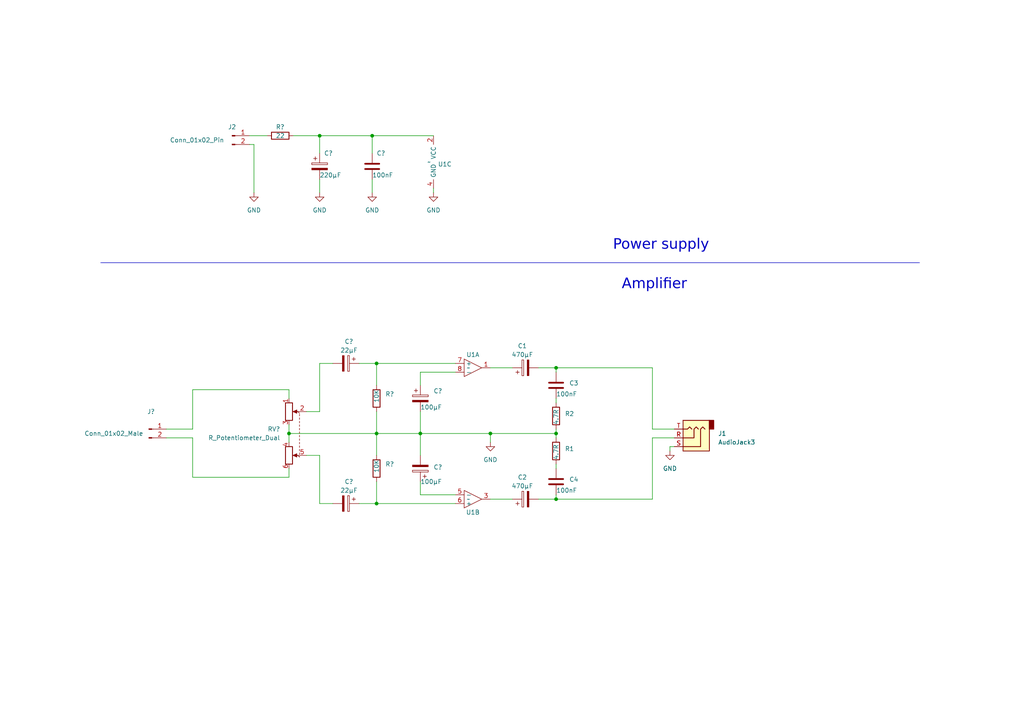
<source format=kicad_sch>
(kicad_sch (version 20230121) (generator eeschema)
  (paper "A4")
  (title_block (title "Headphone amplifier 400mW") (date "2023-03-06") (rev "A"))
  (lib_symbols
    (symbol "Connector:Conn_01x02_Male" (pin_names (offset 1.016) hide)
      (property "Reference" "J" (at 0 2.54 0))
      (property "Value" "Conn_01x02_Male" (at 0 -5.08 0))
      (symbol "Conn_01x02_Male_1_1"
        (polyline (pts (xy 1.27 -2.54) (xy 0.8636 -2.54)) (stroke (width 0.1524)))
        (polyline (pts (xy 1.27 0) (xy 0.8636 0)) (stroke (width 0.1524)))
        (rectangle (start 0.8636 -2.413) (end 0 -2.667) (stroke (width 0.1524)) (fill (type outline)))
        (rectangle (start 0.8636 0.127) (end 0 -0.127) (stroke (width 0.1524)) (fill (type outline)))
        (pin passive line (at 5.08 0 180) (length 3.81) (name "Pin_1") (number "1"))
        (pin passive line (at 5.08 -2.54 180) (length 3.81) (name "Pin_2") (number "2"))
      )
    )
    (symbol "Connector:Conn_01x02_Pin" (pin_names (offset 1.016) hide)
      (property "Reference" "J" (at 0 2.54 0))
      (property "Value" "Conn_01x02_Pin" (at 0 -5.08 0))
      (symbol "Conn_01x02_Pin_1_1"
        (polyline (pts (xy 1.27 -2.54) (xy 0.8636 -2.54)) (stroke (width 0.1524)))
        (polyline (pts (xy 1.27 0) (xy 0.8636 0)) (stroke (width 0.1524)))
        (rectangle (start 0.8636 -2.413) (end 0 -2.667) (stroke (width 0.1524)) (fill (type outline)))
        (rectangle (start 0.8636 0.127) (end 0 -0.127) (stroke (width 0.1524)) (fill (type outline)))
        (pin passive line (at 5.08 0 180) (length 3.81) (name "Pin_1") (number "1"))
        (pin passive line (at 5.08 -2.54 180) (length 3.81) (name "Pin_2") (number "2"))
      )
    )
    (symbol "Connector_Audio:AudioJack3"
      (property "Reference" "J" (at 0 8.89 0))
      (property "Value" "AudioJack3" (at 0 6.35 0))
      (symbol "AudioJack3_0_1"
        (rectangle (start -5.08 -5.08) (end -6.35 -2.54) (stroke (width 0.254)) (fill (type outline)))
        (polyline (pts (xy 0 -2.54) (xy 0.635 -3.175) (xy 1.27 -2.54) (xy 2.54 -2.54)) (stroke (width 0.254)))
        (polyline (pts (xy -1.905 -2.54) (xy -1.27 -3.175) (xy -0.635 -2.54) (xy -0.635 0) (xy 2.54 0)) (stroke (width 0.254)))
        (polyline (pts (xy 2.54 2.54) (xy -2.54 2.54) (xy -2.54 -2.54) (xy -3.175 -3.175) (xy -3.81 -2.54)) (stroke (width 0.254)))
        (rectangle (start 2.54 3.81) (end -5.08 -5.08) (stroke (width 0.254)) (fill (type background)))
      )
      (symbol "AudioJack3_1_1"
        (pin passive line (at 5.08 0 180) (length 2.54) (name "~") (number "R"))
        (pin passive line (at 5.08 2.54 180) (length 2.54) (name "~") (number "S"))
        (pin passive line (at 5.08 -2.54 180) (length 2.54) (name "~") (number "T"))
      )
    )
    (symbol "Device:C" (pin_numbers hide) (pin_names (offset 0.254))
      (property "Reference" "C" (at 0.635 2.54 0))
      (property "Value" "C" (at 0.635 -2.54 0))
      (symbol "C_0_1"
        (polyline (pts (xy -2.032 -0.762) (xy 2.032 -0.762)) (stroke (width 0.508)))
        (polyline (pts (xy -2.032 0.762) (xy 2.032 0.762)) (stroke (width 0.508)))
      )
      (symbol "C_1_1"
        (pin passive line (at 0 3.81 270) (length 2.794) (name "~") (number "1"))
        (pin passive line (at 0 -3.81 90) (length 2.794) (name "~") (number "2"))
      )
    )
    (symbol "Device:C_Polarized" (pin_numbers hide) (pin_names (offset 0.254))
      (property "Reference" "C" (at 0.635 2.54 0))
      (property "Value" "C_Polarized" (at 0.635 -2.54 0))
      (symbol "C_Polarized_0_1"
        (rectangle (start -2.286 0.508) (end 2.286 1.016))
        (polyline (pts (xy -1.778 2.286) (xy -0.762 2.286)))
        (polyline (pts (xy -1.27 2.794) (xy -1.27 1.778)))
        (rectangle (start 2.286 -0.508) (end -2.286 -1.016) (fill (type outline)))
      )
      (symbol "C_Polarized_1_1"
        (pin passive line (at 0 3.81 270) (length 2.794) (name "~") (number "1"))
        (pin passive line (at 0 -3.81 90) (length 2.794) (name "~") (number "2"))
      )
    )
    (symbol "Device:R" (pin_numbers hide) (pin_names (offset 0))
      (property "Reference" "R" (at 2.032 0 90))
      (property "Value" "R" (at 0 0 90))
      (symbol "R_0_1"
        (rectangle (start -1.016 -2.54) (end 1.016 2.54) (stroke (width 0.254)))
      )
      (symbol "R_1_1"
        (pin passive line (at 0 3.81 270) (length 1.27) (name "~") (number "1"))
        (pin passive line (at 0 -3.81 90) (length 1.27) (name "~") (number "2"))
      )
    )
    (symbol "Device:R_Potentiometer_Dual" (pin_names (offset 1.016) hide)
      (property "Reference" "RV" (at 0 3.81 0))
      (property "Value" "R_Potentiometer_Dual" (at 0 1.905 0))
      (symbol "R_Potentiometer_Dual_0_1"
        (rectangle (start -8.89 -1.524) (end -3.81 -3.556) (stroke (width 0.254)))
        (polyline (pts (xy -6.35 0) (xy -6.35 -1.016)))
        (polyline (pts (xy -6.35 0) (xy -6.35 -1.016)))
        (polyline (pts (xy -6.35 0) (xy -5.842 0.508)))
        (polyline (pts (xy -5.588 0.508) (xy -5.08 0.508)))
        (polyline (pts (xy -4.572 0.508) (xy -4.064 0.508)))
        (polyline (pts (xy -3.556 0.508) (xy -3.048 0.508)))
        (polyline (pts (xy -2.54 0.508) (xy -2.032 0.508)))
        (polyline (pts (xy -1.524 0.508) (xy -1.016 0.508)))
        (polyline (pts (xy -0.508 0.508) (xy 0 0.508)))
        (polyline (pts (xy 0.508 0.508) (xy 1.016 0.508)))
        (polyline (pts (xy 1.524 0.508) (xy 2.032 0.508)))
        (polyline (pts (xy 2.54 0.508) (xy 3.048 0.508)))
        (polyline (pts (xy 3.556 0.508) (xy 4.064 0.508)))
        (polyline (pts (xy 4.572 0.508) (xy 5.08 0.508)))
        (polyline (pts (xy 5.588 0.508) (xy 6.096 0.508)))
        (polyline (pts (xy 6.35 0) (xy 6.35 -1.016)))
        (polyline (pts (xy 6.35 0) (xy 6.35 -1.016)))
        (polyline (pts (xy 6.604 0.508) (xy 6.858 0.508) (xy 6.35 0)))
        (polyline (pts (xy -6.35 -1.397) (xy -6.858 -0.254) (xy -5.842 -0.254) (xy -6.35 -1.397)) (fill (type outline)))
        (polyline (pts (xy 6.35 -1.397) (xy 5.842 -0.254) (xy 6.858 -0.254) (xy 6.35 -1.397)) (fill (type outline)))
        (rectangle (start 3.81 -1.524) (end 8.89 -3.556) (stroke (width 0.254)))
      )
      (symbol "R_Potentiometer_Dual_1_1"
        (pin passive line (at -10.16 -2.54 0) (length 1.27) (name "1") (number "1"))
        (pin passive line (at -6.35 2.54 270) (length 2.54) (name "2") (number "2"))
        (pin passive line (at -2.54 -2.54 180) (length 1.27) (name "3") (number "3"))
        (pin passive line (at 2.54 -2.54 0) (length 1.27) (name "4") (number "4"))
        (pin passive line (at 6.35 2.54 270) (length 2.54) (name "5") (number "5"))
        (pin passive line (at 10.16 -2.54 180) (length 1.27) (name "6") (number "6"))
      )
    )
    (symbol "GND_1" (power) (pin_names (offset 0))
      (property "Value" "GND_1" (at 0 -3.81 0))
      (symbol "GND_1_0_1"
        (polyline (pts (xy 0 0) (xy 0 -1.27) (xy 1.27 -1.27) (xy 0 -2.54) (xy -1.27 -1.27) (xy 0 -1.27)))
      )
      (symbol "GND_1_1_1"
        (pin power_in line (at 0 0 270) (length 0) hide (name "GND") (number "1"))
      )
    )
    (symbol "GND_2" (power) (pin_names (offset 0))
      (property "Value" "GND_2" (at 0 -3.81 0))
      (symbol "GND_2_0_1"
        (polyline (pts (xy 0 0) (xy 0 -1.27) (xy 1.27 -1.27) (xy 0 -2.54) (xy -1.27 -1.27) (xy 0 -1.27)))
      )
      (symbol "GND_2_1_1"
        (pin power_in line (at 0 0 270) (length 0) hide (name "GND") (number "1"))
      )
    )
    (symbol "GND_3" (power) (pin_names (offset 0))
      (property "Value" "GND_3" (at 0 -3.81 0))
      (symbol "GND_3_0_1"
        (polyline (pts (xy 0 0) (xy 0 -1.27) (xy 1.27 -1.27) (xy 0 -2.54) (xy -1.27 -1.27) (xy 0 -1.27)))
      )
      (symbol "GND_3_1_1"
        (pin power_in line (at 0 0 270) (length 0) hide (name "GND") (number "1"))
      )
    )
    (symbol "audio:TDA2822M"
      (property "Reference" "U" (at -2.54 5.08 0))
      (symbol "TDA2822M_1_1"
        (polyline (pts (xy -2.54 2.54) (xy -2.54 -2.54) (xy 2.54 0) (xy -2.54 2.54)))
        (pin output line (at 5.08 0 180) (length 2.54) (name "") (number "1"))
        (pin input line (at -5.08 1.27 0) (length 2.54) (name "+") (number "7"))
        (pin input line (at -5.08 -1.27 0) (length 2.54) (name "-") (number "8"))
      )
      (symbol "TDA2822M_2_1"
        (polyline (pts (xy -2.54 2.54) (xy -2.54 -2.54) (xy 2.54 0) (xy -2.54 2.54)))
        (pin output line (at 5.08 0 180) (length 2.54) (name "") (number "3"))
        (pin input line (at -5.08 -1.27 0) (length 2.54) (name "-") (number "5"))
        (pin input line (at -5.08 1.27 0) (length 2.54) (name "+") (number "6"))
      )
      (symbol "TDA2822M_3_1"
        (pin power_in line (at 0 7.62 270) (length 2.54) (name "VCC") (number "2"))
        (pin power_in line (at 0 -7.62 90) (length 2.54) (name "GND") (number "4"))
      )
    )
    (symbol "power:GND" (power) (pin_names (offset 0))
      (property "Value" "GND" (at 0 -3.81 0))
      (symbol "GND_0_1"
        (polyline (pts (xy 0 0) (xy 0 -1.27) (xy 1.27 -1.27) (xy 0 -2.54) (xy -1.27 -1.27) (xy 0 -1.27)))
      )
      (symbol "GND_1_1"
        (pin power_in line (at 0 0 270) (length 0) hide (name "GND") (number "1"))
      )
    )
  )
  (junction (at 109.22 125.73))
  (junction (at 109.22 105.41))
  (junction (at 142.24 125.73))
  (junction (at 161.29 144.78))
  (junction (at 161.29 125.73))
  (junction (at 161.29 106.68))
  (junction (at 109.22 146.05))
  (junction (at 92.71 39.37))
  (junction (at 107.95 39.37))
  (junction (at 121.92 125.73))
  (junction (at 83.82 125.73))
  (wire (pts (xy 92.71 52.07) (xy 92.71 55.88)))
  (wire (pts (xy 83.82 113.03) (xy 83.82 115.57)))
  (wire (pts (xy 73.66 41.91) (xy 73.66 55.88)))
  (wire (pts (xy 92.71 146.05) (xy 96.52 146.05)))
  (wire (pts (xy 48.26 127) (xy 55.88 127)))
  (wire (pts (xy 92.71 105.41) (xy 96.52 105.41)))
  (wire (pts (xy 121.92 125.73) (xy 142.24 125.73)))
  (wire (pts (xy 92.71 39.37) (xy 92.71 44.45)))
  (wire (pts (xy 83.82 125.73) (xy 109.22 125.73)))
  (wire (pts (xy 121.92 107.95) (xy 132.08 107.95)))
  (wire (pts (xy 72.39 39.37) (xy 77.47 39.37)))
  (wire (pts (xy 83.82 123.19) (xy 83.82 125.73)))
  (polyline (pts (xy 29.21 76.2) (xy 266.7 76.2)))
  (wire (pts (xy 83.82 138.43) (xy 83.82 135.89)))
  (wire (pts (xy 161.29 106.68) (xy 189.23 106.68)))
  (wire (pts (xy 194.31 130.81) (xy 194.31 129.54)))
  (wire (pts (xy 92.71 132.08) (xy 92.71 146.05)))
  (wire (pts (xy 189.23 127) (xy 195.58 127)))
  (wire (pts (xy 55.88 138.43) (xy 83.82 138.43)))
  (wire (pts (xy 55.88 124.46) (xy 48.26 124.46)))
  (wire (pts (xy 55.88 113.03) (xy 83.82 113.03)))
  (wire (pts (xy 92.71 105.41) (xy 92.71 119.38)))
  (wire (pts (xy 55.88 127) (xy 55.88 138.43)))
  (wire (pts (xy 109.22 105.41) (xy 109.22 111.76)))
  (wire (pts (xy 121.92 139.7) (xy 121.92 143.51)))
  (wire (pts (xy 88.9 132.08) (xy 92.71 132.08)))
  (wire (pts (xy 142.24 125.73) (xy 161.29 125.73)))
  (wire (pts (xy 195.58 124.46) (xy 189.23 124.46)))
  (wire (pts (xy 161.29 144.78) (xy 161.29 143.51)))
  (wire (pts (xy 92.71 39.37) (xy 107.95 39.37)))
  (wire (pts (xy 109.22 139.7) (xy 109.22 146.05)))
  (wire (pts (xy 161.29 106.68) (xy 161.29 107.95)))
  (wire (pts (xy 156.21 144.78) (xy 161.29 144.78)))
  (wire (pts (xy 161.29 134.62) (xy 161.29 135.89)))
  (wire (pts (xy 189.23 124.46) (xy 189.23 106.68)))
  (wire (pts (xy 161.29 144.78) (xy 189.23 144.78)))
  (wire (pts (xy 104.14 105.41) (xy 109.22 105.41)))
  (wire (pts (xy 109.22 105.41) (xy 132.08 105.41)))
  (wire (pts (xy 189.23 144.78) (xy 189.23 127)))
  (wire (pts (xy 161.29 115.57) (xy 161.29 116.84)))
  (wire (pts (xy 109.22 119.38) (xy 109.22 125.73)))
  (wire (pts (xy 156.21 106.68) (xy 161.29 106.68)))
  (wire (pts (xy 107.95 39.37) (xy 107.95 44.45)))
  (wire (pts (xy 109.22 125.73) (xy 121.92 125.73)))
  (wire (pts (xy 85.09 39.37) (xy 92.71 39.37)))
  (wire (pts (xy 88.9 119.38) (xy 92.71 119.38)))
  (wire (pts (xy 55.88 113.03) (xy 55.88 124.46)))
  (wire (pts (xy 121.92 119.38) (xy 121.92 125.73)))
  (wire (pts (xy 121.92 125.73) (xy 121.92 132.08)))
  (wire (pts (xy 104.14 146.05) (xy 109.22 146.05)))
  (wire (pts (xy 109.22 125.73) (xy 109.22 132.08)))
  (wire (pts (xy 107.95 39.37) (xy 125.73 39.37)))
  (wire (pts (xy 142.24 106.68) (xy 148.59 106.68)))
  (wire (pts (xy 109.22 146.05) (xy 132.08 146.05)))
  (wire (pts (xy 194.31 129.54) (xy 195.58 129.54)))
  (wire (pts (xy 142.24 125.73) (xy 142.24 128.27)))
  (wire (pts (xy 121.92 107.95) (xy 121.92 111.76)))
  (wire (pts (xy 142.24 144.78) (xy 148.59 144.78)))
  (wire (pts (xy 121.92 143.51) (xy 132.08 143.51)))
  (wire (pts (xy 161.29 124.46) (xy 161.29 125.73)))
  (wire (pts (xy 107.95 52.07) (xy 107.95 55.88)))
  (wire (pts (xy 161.29 125.73) (xy 161.29 127)))
  (wire (pts (xy 125.73 54.61) (xy 125.73 55.88)))
  (wire (pts (xy 73.66 41.91) (xy 72.39 41.91)))
  (wire (pts (xy 83.82 125.73) (xy 83.82 128.27)))
  (text "Power supply" (at 177.8 73.66 0) (effects (font (size 3 3)) (justify left bottom)))
  (text "Amplifier" (at 180.34 85.09 0) (effects (font (size 3 3)) (justify left bottom)))
  (symbol (lib_id "Device:R") (at 109.22 115.57 0) (unit 1)
    (property "Reference" "R?" (at 111.76 114.2999 0) (effects (justify left)))
    (property "Value" "10K" (at 109.22 116.84 90) (effects (justify left)))
  )
  (symbol (lib_id "Device:R_Potentiometer_Dual") (at 86.36 125.73 270) (unit 1)
    (property "Reference" "RV?" (at 81.28 124.4599 90) (effects (justify right)))
    (property "Value" "R_Potentiometer_Dual" (at 81.28 126.9999 90) (effects (justify right)))
  )
  (symbol (lib_id "Connector:Conn_01x02_Male") (at 43.18 124.46 0) (unit 1)
    (property "Reference" "J?" (at 43.815 119.38 0))
    (property "Value" "Conn_01x02_Male" (at 33.02 125.73 0))
  )
  (symbol (lib_id "Device:R") (at 81.28 39.37 90) (unit 1)
    (property "Reference" "R?" (at 81.28 36.83 90))
    (property "Value" "22" (at 81.28 39.37 90))
  )
  (symbol (lib_id "audio:TDA2822M") (at 125.73 46.99 0) (unit 3)
    (property "Reference" "U1" (at 127 47.625 0) (effects (justify left)))
    (property "Value" "~" (at 124.46 46.99 0))
    (property "Footprint" "Package_DIP:DIP-8_W7.62mm_Socket_LongPads" (effects hide))
    (property "Datasheet" "https://www.st.com/resource/en/datasheet/CD00000134.pdf" (effects hide))
  )
  (symbol (lib_id "Device:C_Polarized") (at 92.71 48.26 0) (unit 1)
    (property "Reference" "C?" (at 93.98 44.45 0) (effects (justify left)))
    (property "Value" "220µF" (at 92.71 50.8 0) (effects (justify left)))
  )
  (symbol (lib_name "GND_3") (lib_id "power:GND") (at 73.66 55.88 0) (unit 1)
    (property "Reference" "#PWR03" (effects hide))
    (property "Value" "GND" (at 73.66 60.96 0))
  )
  (symbol (lib_id "Device:C_Polarized") (at 152.4 106.68 90) (unit 1)
    (property "Reference" "C1" (at 151.511 100.33 90))
    (property "Value" "470µF" (at 151.511 102.87 90))
  )
  (symbol (lib_id "power:GND") (at 107.95 55.88 0) (unit 1)
    (property "Reference" "#PWR?" (effects hide))
    (property "Value" "GND" (at 107.95 60.96 0))
  )
  (symbol (lib_id "Device:R") (at 161.29 130.81 0) (unit 1)
    (property "Reference" "R1" (at 163.83 130.175 0) (effects (justify left)))
    (property "Value" "4.7R" (at 161.29 133.35 90) (effects (justify left)))
  )
  (symbol (lib_name "GND_2") (lib_id "power:GND") (at 194.31 130.81 0) (unit 1)
    (property "Reference" "#PWR02" (effects hide))
    (property "Value" "GND" (at 194.31 135.89 0))
  )
  (symbol (lib_name "GND_1") (lib_id "power:GND") (at 125.73 55.88 0) (unit 1)
    (property "Reference" "#PWR01" (effects hide))
    (property "Value" "GND" (at 125.73 60.96 0))
  )
  (symbol (lib_id "Device:C") (at 161.29 111.76 0) (unit 1)
    (property "Reference" "C3" (at 165.1 111.125 0) (effects (justify left)))
    (property "Value" "100nF" (at 161.29 114.3 0) (effects (justify left)))
  )
  (symbol (lib_id "Connector:Conn_01x02_Pin") (at 67.31 39.37 0) (unit 1)
    (property "Reference" "J2" (at 67.31 36.83 0))
    (property "Value" "Conn_01x02_Pin" (at 57.15 40.64 0))
  )
  (symbol (lib_id "audio:TDA2822M") (at 137.16 106.68 0) (unit 1)
    (property "Reference" "U1" (at 137.16 102.87 0))
    (property "Value" "~" (at 135.89 106.68 0))
    (property "Footprint" "Package_DIP:DIP-8_W7.62mm_Socket_LongPads" (effects hide))
    (property "Datasheet" "https://www.st.com/resource/en/datasheet/CD00000134.pdf" (effects hide))
  )
  (symbol (lib_id "Device:C_Polarized") (at 100.33 146.05 270) (unit 1)
    (property "Reference" "C?" (at 101.219 139.7 90))
    (property "Value" "22µF" (at 101.219 142.24 90))
  )
  (symbol (lib_id "Device:C") (at 107.95 48.26 0) (unit 1)
    (property "Reference" "C?" (at 109.22 44.45 0) (effects (justify left)))
    (property "Value" "100nF" (at 107.95 50.8 0) (effects (justify left)))
  )
  (symbol (lib_id "Device:C_Polarized") (at 121.92 135.89 180) (unit 1)
    (property "Reference" "C?" (at 125.73 135.5089 0) (effects (justify right)))
    (property "Value" "100µF" (at 121.92 139.7 0) (effects (justify right)))
  )
  (symbol (lib_id "power:GND") (at 92.71 55.88 0) (unit 1)
    (property "Reference" "#PWR?" (effects hide))
    (property "Value" "GND" (at 92.71 60.96 0))
  )
  (symbol (lib_id "Device:R") (at 109.22 135.89 0) (unit 1)
    (property "Reference" "R?" (at 111.76 134.6199 0) (effects (justify left)))
    (property "Value" "10K" (at 109.22 137.16 90) (effects (justify left)))
  )
  (symbol (lib_id "Connector_Audio:AudioJack3") (at 200.66 127 180) (unit 1)
    (property "Reference" "J1" (at 208.28 125.73 0) (effects (justify right)))
    (property "Value" "AudioJack3" (at 208.28 128.27 0) (effects (justify right)))
  )
  (symbol (lib_id "Device:R") (at 161.29 120.65 0) (unit 1)
    (property "Reference" "R2" (at 163.83 120.015 0) (effects (justify left)))
    (property "Value" "4.7R" (at 161.29 123.19 90) (effects (justify left)))
  )
  (symbol (lib_id "Device:C_Polarized") (at 121.92 115.57 0) (unit 1)
    (property "Reference" "C?" (at 125.73 113.4109 0) (effects (justify left)))
    (property "Value" "100µF" (at 121.92 118.11 0) (effects (justify left)))
  )
  (symbol (lib_id "Device:C_Polarized") (at 152.4 144.78 90) (unit 1)
    (property "Reference" "C2" (at 151.511 138.43 90))
    (property "Value" "470µF" (at 151.511 140.97 90))
  )
  (symbol (lib_id "power:GND") (at 142.24 128.27 0) (unit 1)
    (property "Reference" "#PWR?" (effects hide))
    (property "Value" "GND" (at 142.24 133.35 0))
  )
  (symbol (lib_id "audio:TDA2822M") (at 137.16 144.78 0) (mirror x) (unit 2)
    (property "Reference" "U1" (at 137.16 148.59 0))
    (property "Value" "~" (at 135.89 144.78 0))
    (property "Footprint" "Package_DIP:DIP-8_W7.62mm_Socket_LongPads" (effects hide))
    (property "Datasheet" "https://www.st.com/resource/en/datasheet/CD00000134.pdf" (effects hide))
  )
  (symbol (lib_id "Device:C_Polarized") (at 100.33 105.41 270) (unit 1)
    (property "Reference" "C?" (at 101.219 99.06 90))
    (property "Value" "22µF" (at 101.219 101.6 90))
  )
  (symbol (lib_id "Device:C") (at 161.29 139.7 0) (unit 1)
    (property "Reference" "C4" (at 165.1 139.065 0) (effects (justify left)))
    (property "Value" "100nF" (at 161.29 142.24 0) (effects (justify left)))
  )
)
</source>
